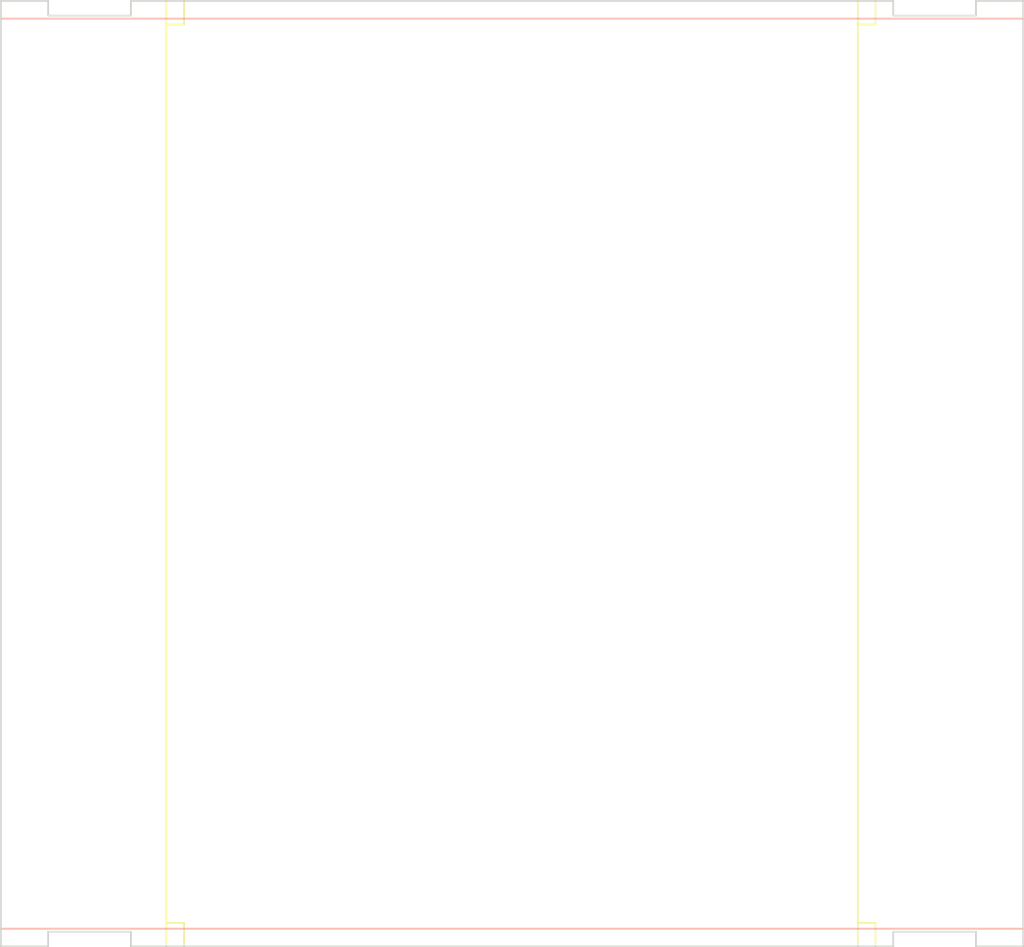
<source format=kicad_pcb>
(kicad_pcb (version 4) (host pcbnew "(2014-07-12 BZR 4289 GOST-COMMITTERS)-product")

  (general
    (links 0)
    (no_connects 0)
    (area 99.394999 49.174999 318.675001 130.075001)
    (thickness 1.6)
    (drawings 33)
    (tracks 0)
    (zones 0)
    (modules 0)
    (nets 1)
  )

  (page A4)
  (layers
    (0 F.Cu signal)
    (31 B.Cu signal)
    (36 B.SilkS user)
    (37 F.SilkS user)
    (38 B.Mask user)
    (39 F.Mask user)
    (40 Dwgs.User user)
    (44 Edge.Cuts user)
  )

  (setup
    (last_trace_width 0.2)
    (trace_clearance 0.2)
    (zone_clearance 0.3)
    (zone_45_only no)
    (trace_min 0.2)
    (segment_width 0.15)
    (edge_width 0.15)
    (via_size 0.9)
    (via_drill 0.4)
    (via_min_size 0.7)
    (via_min_drill 0.3)
    (uvia_size 0.7)
    (uvia_drill 0.3)
    (uvias_allowed no)
    (uvia_min_size 0.508)
    (uvia_min_drill 0.127)
    (pcb_text_width 0.3)
    (pcb_text_size 1.5 1.5)
    (mod_edge_width 0.15)
    (mod_text_size 1.5 1.5)
    (mod_text_width 0.15)
    (pad_size 1.5 1.5)
    (pad_drill 0.9)
    (pad_to_mask_clearance 0.2)
    (aux_axis_origin 186.5 130)
    (grid_origin 100 50)
    (visible_elements 7FFFF77F)
    (pcbplotparams
      (layerselection 0x010f0_80000001)
      (usegerberextensions true)
      (gerberprecision 5)
      (excludeedgelayer true)
      (linewidth 0.150000)
      (plotframeref false)
      (viasonmask false)
      (mode 1)
      (useauxorigin false)
      (hpglpennumber 1)
      (hpglpenspeed 20)
      (hpglpendiameter 15)
      (hpglpenoverlay 2)
      (psnegative false)
      (psa4output false)
      (plotreference true)
      (plotvalue true)
      (plotinvisibletext false)
      (padsonsilk false)
      (subtractmaskfromsilk false)
      (outputformat 1)
      (mirror false)
      (drillshape 0)
      (scaleselection 1)
      (outputdirectory Gerber/))
  )

  (net 0 "")

  (net_class Default "Это класс цепей по умолчанию."
    (clearance 0.2)
    (trace_width 0.2)
    (via_dia 0.9)
    (via_drill 0.4)
    (uvia_dia 0.7)
    (uvia_drill 0.3)
  )

  (net_class wide ""
    (clearance 0.2)
    (trace_width 0.5)
    (via_dia 0.9)
    (via_drill 0.4)
    (uvia_dia 0.7)
    (uvia_drill 0.3)
  )

  (net_class "wide wide" ""
    (clearance 0.2)
    (trace_width 1)
    (via_dia 0.9)
    (via_drill 0.4)
    (uvia_dia 0.7)
    (uvia_drill 0.3)
  )

  (gr_line (start 186.5 130) (end 186.5 50) (angle 90) (layer Edge.Cuts) (width 0.15))
  (gr_line (start 100 50) (end 100 130) (angle 90) (layer Edge.Cuts) (width 0.15))
  (gr_line (start 115.5 128) (end 114 128) (angle 90) (layer F.SilkS) (width 0.15) (tstamp 5A95284D))
  (gr_line (start 115.5 130) (end 115.5 128) (angle 90) (layer F.SilkS) (width 0.15) (tstamp 5A95284E))
  (gr_line (start 100 51.5) (end 186.5 51.5) (angle 90) (layer B.SilkS) (width 0.15) (tstamp 5A95284F))
  (gr_line (start 115.5 52) (end 115.5 50) (angle 90) (layer F.SilkS) (width 0.15) (tstamp 5A952850))
  (gr_line (start 114 52) (end 115.5 52) (angle 90) (layer F.SilkS) (width 0.15) (tstamp 5A952851))
  (gr_line (start 114 130) (end 114 50) (angle 90) (layer F.SilkS) (width 0.15) (tstamp 5A952852))
  (gr_line (start 186.5 128.5) (end 100 128.5) (angle 90) (layer B.SilkS) (width 0.15) (tstamp 5A952853))
  (gr_line (start 174 128) (end 172.5 128) (angle 90) (layer F.SilkS) (width 0.15) (tstamp 5A952854))
  (gr_line (start 174 130) (end 174 128) (angle 90) (layer F.SilkS) (width 0.15) (tstamp 5A952855))
  (gr_line (start 174 52) (end 172.5 52) (angle 90) (layer F.SilkS) (width 0.15) (tstamp 5A952856))
  (gr_line (start 174 50) (end 174 52) (angle 90) (layer F.SilkS) (width 0.15) (tstamp 5A952857))
  (gr_line (start 172.5 130) (end 172.5 50) (angle 90) (layer F.SilkS) (width 0.15) (tstamp 5A952858))
  (gr_line (start 143.25 50) (end 143.25 130) (angle 90) (layer Dwgs.User) (width 0.15) (tstamp 5A952859))
  (gr_line (start 175.5 50) (end 175.5 51.25) (angle 90) (layer Edge.Cuts) (width 0.15) (tstamp 5A95285A))
  (gr_line (start 182.5 50) (end 182.5 51.25) (angle 90) (layer Edge.Cuts) (width 0.15) (tstamp 5A95285B))
  (gr_line (start 175.5 128.75) (end 175.5 130) (angle 90) (layer Edge.Cuts) (width 0.15) (tstamp 5A95285C))
  (gr_line (start 182.5 128.75) (end 182.5 130) (angle 90) (layer Edge.Cuts) (width 0.15) (tstamp 5A95285D))
  (gr_line (start 111 51.25) (end 104 51.25) (angle 90) (layer Edge.Cuts) (width 0.15) (tstamp 5A95285E))
  (gr_line (start 111 50) (end 111 51.25) (angle 90) (layer Edge.Cuts) (width 0.15) (tstamp 5A95285F))
  (gr_line (start 104 50) (end 104 51.25) (angle 90) (layer Edge.Cuts) (width 0.15) (tstamp 5A952860))
  (gr_line (start 111 128.75) (end 111 130) (angle 90) (layer Edge.Cuts) (width 0.15) (tstamp 5A952861))
  (gr_line (start 104 128.75) (end 111 128.75) (angle 90) (layer Edge.Cuts) (width 0.15) (tstamp 5A952862))
  (gr_line (start 104 130) (end 104 128.75) (angle 90) (layer Edge.Cuts) (width 0.15) (tstamp 5A952863))
  (gr_line (start 175.5 128.75) (end 182.5 128.75) (angle 90) (layer Edge.Cuts) (width 0.15) (tstamp 5A952864))
  (gr_line (start 175.5 51.25) (end 182.5 51.25) (angle 90) (layer Edge.Cuts) (width 0.15) (tstamp 5A952865))
  (gr_line (start 182.5 130) (end 186.5 130) (angle 90) (layer Edge.Cuts) (width 0.15) (tstamp 5A952866))
  (gr_line (start 111 130) (end 175.5 130) (angle 90) (layer Edge.Cuts) (width 0.15) (tstamp 5A952867))
  (gr_line (start 100 130) (end 104 130) (angle 90) (layer Edge.Cuts) (width 0.15) (tstamp 5A952868))
  (gr_line (start 182.5 50) (end 186.5 50) (angle 90) (layer Edge.Cuts) (width 0.15) (tstamp 5A952869))
  (gr_line (start 111 50) (end 175.5 50) (angle 90) (layer Edge.Cuts) (width 0.15) (tstamp 5A95286A))
  (gr_line (start 100 50) (end 104 50) (angle 90) (layer Edge.Cuts) (width 0.15) (tstamp 5A95286B))

)

</source>
